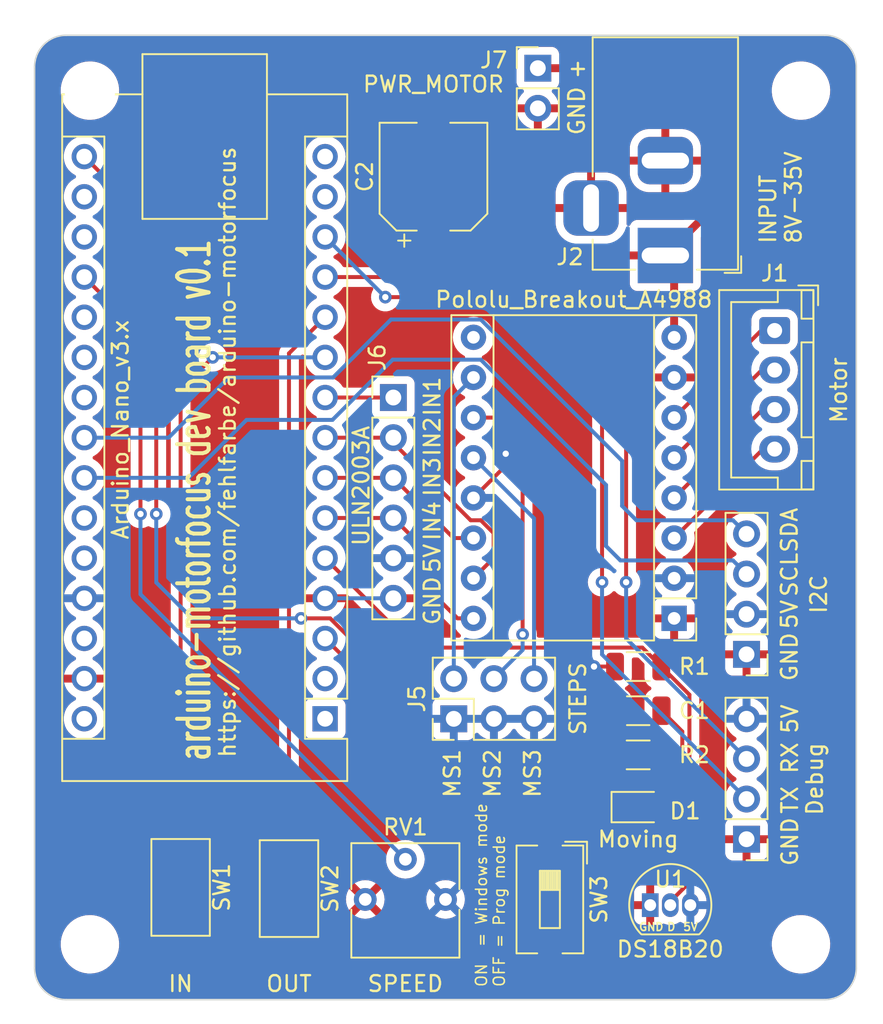
<source format=kicad_pcb>
(kicad_pcb (version 20221018) (generator pcbnew)
  (layers (0 "F.Cu" signal) (31 "B.Cu" signal) (34 "B.Paste" user) (35 "F.Paste" user) (36 "B.SilkS" user "B.Silkscreen") (37 "F.SilkS" user "F.Silkscreen") (38 "B.Mask" user) (39 "F.Mask" user) (44 "Edge.Cuts" user))
  (net 0 "")
  (net 3 "/RST")
  (net 4 "GND")
  (net 5 "/TEMP")
  (net 6 "/DRV_DIR")
  (net 7 "/DRV_SLEEP")
  (net 8 "/DRV_STEP")
  (net 9 "/BTN_IN")
  (net 10 "/BTN_OUT")
  (net 11 "/DBG_RX")
  (net 12 "/DBG_TX")
  (net 15 "/LED")
  (net 18 "/BTN_POTI_SPEED")
  (net 22 "/SDA")
  (net 23 "/SCL")
  (net 26 "+5V")
  (net 28 "Net-(A2-1B)")
  (net 29 "Net-(A2-1A)")
  (net 30 "Net-(A2-2A)")
  (net 31 "Net-(A2-2B)")
  (net 32 "+12V")
  (net 34 "Net-(A2-MS1)")
  (net 35 "Net-(A2-MS2)")
  (net 36 "Net-(A2-MS3)")
  (net 37 "Net-(C1-Pad1)")
  (net 38 "Net-(D1-A)")
  (net 40 "/ULN1")
  (footprint "Module:Pololu_Breakout-16_15.2x20.3mm" (layer "F.Cu") (at 173.472 87.884 180)
    (fp_text reference "A2" hide)
    (fp_text value "Pololu_Breakout_A4988" (at 6.35 20.17) (layer "F.SilkS"))
    (fp_line (start -1.4 -1.4) (end -1.4 0) (stroke (width 0.12)) (layer "F.SilkS"))
    (fp_line (start -1.4 1.27) (end -1.4 19.18) (stroke (width 0.12)) (layer "F.SilkS"))
    (fp_line (start -1.4 19.18) (end 14.1 19.18) (stroke (width 0.12)) (layer "F.SilkS"))
    (fp_line (start 0 -1.4) (end -1.4 -1.4) (stroke (width 0.12)) (layer "F.SilkS"))
    (fp_line (start 1.27 -1.4) (end 1.27 1.27) (stroke (width 0.12)) (layer "F.SilkS"))
    (fp_line (start 1.27 1.27) (end -1.4 1.27) (stroke (width 0.12)) (layer "F.SilkS"))
    (fp_line (start 1.27 1.27) (end 1.27 19.18) (stroke (width 0.12)) (layer "F.SilkS"))
    (fp_line (start 11.43 -1.4) (end 11.43 19.18) (stroke (width 0.12)) (layer "F.SilkS"))
    (fp_line (start 14.1 -1.4) (end 1.27 -1.4) (stroke (width 0.12)) (layer "F.SilkS"))
    (fp_line (start 14.1 19.18) (end 14.1 -1.4) (stroke (width 0.12)) (layer "F.SilkS"))
    (pad "1" thru_hole rect (at 0 0 180) (size 1.6 1.6) (drill 0.8) (layers "*.Cu" "*.Mask") (net 4 "GND"))
    (pad "2" thru_hole oval (at 0 2.54 180) (size 1.6 1.6) (drill 0.8) (layers "*.Cu" "*.Mask") (net 26 "+5V"))
    (pad "3" thru_hole oval (at 0 5.08 180) (size 1.6 1.6) (drill 0.8) (layers "*.Cu" "*.Mask") (net 28 "Net-(A2-1B)"))
    (pad "4" thru_hole oval (at 0 7.62 180) (size 1.6 1.6) (drill 0.8) (layers "*.Cu" "*.Mask") (net 29 "Net-(A2-1A)"))
    (pad "5" thru_hole oval (at 0 10.16 180) (size 1.6 1.6) (drill 0.8) (layers "*.Cu" "*.Mask") (net 30 "Net-(A2-2A)"))
    (pad "6" thru_hole oval (at 0 12.7 180) (size 1.6 1.6) (drill 0.8) (layers "*.Cu" "*.Mask") (net 31 "Net-(A2-2B)"))
    (pad "7" thru_hole oval (at 0 15.24 180) (size 1.6 1.6) (drill 0.8) (layers "*.Cu" "*.Mask") (net 4 "GND"))
    (pad "8" thru_hole oval (at 0 17.78 180) (size 1.6 1.6) (drill 0.8) (layers "*.Cu" "*.Mask") (net 32 "+12V"))
    (pad "9" thru_hole oval (at 12.7 17.78 180) (size 1.6 1.6) (drill 0.8) (layers "*.Cu" "*.Mask"))
    (pad "10" thru_hole oval (at 12.7 15.24 180) (size 1.6 1.6) (drill 0.8) (layers "*.Cu" "*.Mask") (net 34 "Net-(A2-MS1)"))
    (pad "11" thru_hole oval (at 12.7 12.7 180) (size 1.6 1.6) (drill 0.8) (layers "*.Cu" "*.Mask") (net 35 "Net-(A2-MS2)"))
    (pad "12" thru_hole oval (at 12.7 10.16 180) (size 1.6 1.6) (drill 0.8) (layers "*.Cu" "*.Mask") (net 36 "Net-(A2-MS3)"))
    (pad "13" thru_hole oval (at 12.7 7.62 180) (size 1.6 1.6) (drill 0.8) (layers "*.Cu" "*.Mask") (net 26 "+5V"))
    (pad "14" thru_hole oval (at 12.7 5.08 180) (size 1.6 1.6) (drill 0.8) (layers "*.Cu" "*.Mask") (net 7 "/DRV_SLEEP"))
    (pad "15" thru_hole oval (at 12.7 2.54 180) (size 1.6 1.6) (drill 0.8) (layers "*.Cu" "*.Mask") (net 8 "/DRV_STEP"))
    (pad "16" thru_hole oval (at 12.7 0 180) (size 1.6 1.6) (drill 0.8) (layers "*.Cu" "*.Mask") (net 6 "/DRV_DIR"))
  )
  (footprint "Connector_PinHeader_2.54mm:PinHeader_1x02_P2.54mm_Vertical" (layer "F.Cu") (at 164.846 53.081)
    (fp_text reference "J7" (at -2.794 -0.508) (layer "F.SilkS"))
    (fp_text value "PWR_MOTOR" (at -6.604 1.016) (layer "F.SilkS"))
    (fp_line (start -1.33 -1.33) (end 0 -1.33) (stroke (width 0.12)) (layer "F.SilkS"))
    (fp_line (start -1.33 0) (end -1.33 -1.33) (stroke (width 0.12)) (layer "F.SilkS"))
    (fp_line (start -1.33 1.27) (end -1.33 3.87) (stroke (width 0.12)) (layer "F.SilkS"))
    (fp_line (start -1.33 1.27) (end 1.33 1.27) (stroke (width 0.12)) (layer "F.SilkS"))
    (fp_line (start -1.33 3.87) (end 1.33 3.87) (stroke (width 0.12)) (layer "F.SilkS"))
    (fp_line (start 1.33 1.27) (end 1.33 3.87) (stroke (width 0.12)) (layer "F.SilkS"))
    (pad "1" thru_hole rect (at 0 0) (size 1.7 1.7) (drill 1) (layers "*.Cu" "*.Mask") (net 32 "+12V"))
    (pad "2" thru_hole oval (at 0 2.54) (size 1.7 1.7) (drill 1) (layers "*.Cu" "*.Mask") (net 4 "GND"))
  )
  (footprint "Resistor_SMD:R_1206_3216Metric" (layer "F.Cu") (at 171.196 96.52 180)
    (fp_text reference "R2" (at -3.556 0) (layer "F.SilkS"))
    (fp_text value "680")
    (fp_line (start -0.727064 -0.91) (end 0.727064 -0.91) (stroke (width 0.12)) (layer "F.SilkS"))
    (fp_line (start -0.727064 0.91) (end 0.727064 0.91) (stroke (width 0.12)) (layer "F.SilkS"))
    (pad "1" smd roundrect (at -1.4625 0 180) (size 1.125 1.75) (layers "F.Cu" "F.Paste" "F.Mask") (roundrect_rratio 0.2222222222) (net 38 "Net-(D1-A)"))
    (pad "2" smd roundrect (at 1.4625 0 180) (size 1.125 1.75) (layers "F.Cu" "F.Paste" "F.Mask") (roundrect_rratio 0.2222222222) (net 15 "/LED"))
  )
  (footprint "Capacitor_SMD:CP_Elec_6.3x5.9" (layer "F.Cu") (at 158.242 59.944 90)
    (fp_text reference "C2" (at 0 -4.35 90) (layer "F.SilkS"))
    (fp_text value "100uF")
    (fp_line (start -4.4375 -1.8475) (end -3.65 -1.8475) (stroke (width 0.12)) (layer "F.SilkS"))
    (fp_line (start -4.04375 -2.24125) (end -4.04375 -1.45375) (stroke (width 0.12)) (layer "F.SilkS"))
    (fp_line (start -3.41 -2.345563) (end -3.41 -1.06) (stroke (width 0.12)) (layer "F.SilkS"))
    (fp_line (start -3.41 -2.345563) (end -2.345563 -3.41) (stroke (width 0.12)) (layer "F.SilkS"))
    (fp_line (start -3.41 2.345563) (end -3.41 1.06) (stroke (width 0.12)) (layer "F.SilkS"))
    (fp_line (start -3.41 2.345563) (end -2.345563 3.41) (stroke (width 0.12)) (layer "F.SilkS"))
    (fp_line (start -2.345563 -3.41) (end 3.41 -3.41) (stroke (width 0.12)) (layer "F.SilkS"))
    (fp_line (start -2.345563 3.41) (end 3.41 3.41) (stroke (width 0.12)) (layer "F.SilkS"))
    (fp_line (start 3.41 -3.41) (end 3.41 -1.06) (stroke (width 0.12)) (layer "F.SilkS"))
    (fp_line (start 3.41 3.41) (end 3.41 1.06) (stroke (width 0.12)) (layer "F.SilkS"))
    (pad "1" smd roundrect (at -2.8 0 90) (size 3.5 1.6) (layers "F.Cu" "F.Paste" "F.Mask") (roundrect_rratio 0.15625) (net 32 "+12V"))
    (pad "2" smd roundrect (at 2.8 0 90) (size 3.5 1.6) (layers "F.Cu" "F.Paste" "F.Mask") (roundrect_rratio 0.15625) (net 4 "GND"))
  )
  (footprint "Module:Arduino_Nano" (layer "F.Cu") (at 151.384 94.234 180)
    (fp_text reference "A1")
    (fp_text value "Arduino_Nano_v3.x" (at 12.954 18.288 90) (layer "F.SilkS"))
    (fp_line (start -1.4 -3.94) (end -1.4 -1.27) (stroke (width 0.12)) (layer "F.SilkS"))
    (fp_line (start -1.4 1.27) (end -1.4 39.5) (stroke (width 0.12)) (layer "F.SilkS"))
    (fp_line (start -1.4 39.5) (end 3.68 39.5) (stroke (width 0.12)) (layer "F.SilkS"))
    (fp_line (start 1.27 -1.27) (end -1.4 -1.27) (stroke (width 0.12)) (layer "F.SilkS"))
    (fp_line (start 1.27 1.27) (end -1.4 1.27) (stroke (width 0.12)) (layer "F.SilkS"))
    (fp_line (start 1.27 1.27) (end 1.27 -1.27) (stroke (width 0.12)) (layer "F.SilkS"))
    (fp_line (start 1.27 1.27) (end 1.27 36.83) (stroke (width 0.12)) (layer "F.SilkS"))
    (fp_line (start 1.27 36.83) (end -1.4 36.83) (stroke (width 0.12)) (layer "F.SilkS"))
    (fp_line (start 3.68 31.62) (end 11.56 31.62) (stroke (width 0.12)) (layer "F.SilkS"))
    (fp_line (start 3.68 42.04) (end 3.68 31.62) (stroke (width 0.12)) (layer "F.SilkS"))
    (fp_line (start 11.56 31.62) (end 11.56 42.04) (stroke (width 0.12)) (layer "F.SilkS"))
    (fp_line (start 11.56 42.04) (end 3.68 42.04) (stroke (width 0.12)) (layer "F.SilkS"))
    (fp_line (start 13.97 -1.27) (end 13.97 36.83) (stroke (width 0.12)) (layer "F.SilkS"))
    (fp_line (start 13.97 -1.27) (end 16.64 -1.27) (stroke (width 0.12)) (layer "F.SilkS"))
    (fp_line (start 13.97 36.83) (end 16.64 36.83) (stroke (width 0.12)) (layer "F.SilkS"))
    (fp_line (start 16.64 -3.94) (end -1.4 -3.94) (stroke (width 0.12)) (layer "F.SilkS"))
    (fp_line (start 16.64 39.5) (end 11.56 39.5) (stroke (width 0.12)) (layer "F.SilkS"))
    (fp_line (start 16.64 39.5) (end 16.64 -3.94) (stroke (width 0.12)) (layer "F.SilkS"))
    (pad "1" thru_hole rect (at 0 0 180) (size 1.6 1.6) (drill 1) (layers "*.Cu" "*.Mask"))
    (pad "2" thru_hole oval (at 0 2.54 180) (size 1.6 1.6) (drill 1) (layers "*.Cu" "*.Mask"))
    (pad "3" thru_hole oval (at 0 5.08 180) (size 1.6 1.6) (drill 1) (layers "*.Cu" "*.Mask") (net 3 "/RST"))
    (pad "4" thru_hole oval (at 0 7.62 180) (size 1.6 1.6) (drill 1) (layers "*.Cu" "*.Mask") (net 4 "GND"))
    (pad "5" thru_hole oval (at 0 10.16 180) (size 1.6 1.6) (drill 1) (layers "*.Cu" "*.Mask") (net 5 "/TEMP"))
    (pad "6" thru_hole oval (at 0 12.7 180) (size 1.6 1.6) (drill 1) (layers "*.Cu" "*.Mask") (net 6 "/DRV_DIR"))
    (pad "7" thru_hole oval (at 0 15.24 180) (size 1.6 1.6) (drill 1) (layers "*.Cu" "*.Mask") (net 7 "/DRV_SLEEP"))
    (pad "8" thru_hole oval (at 0 17.78 180) (size 1.6 1.6) (drill 1) (layers "*.Cu" "*.Mask") (net 8 "/DRV_STEP"))
    (pad "9" thru_hole oval (at 0 20.32 180) (size 1.6 1.6) (drill 1) (layers "*.Cu" "*.Mask") (net 40 "/ULN1"))
    (pad "10" thru_hole oval (at 0 22.86 180) (size 1.6 1.6) (drill 1) (layers "*.Cu" "*.Mask") (net 9 "/BTN_IN"))
    (pad "11" thru_hole oval (at 0 25.4 180) (size 1.6 1.6) (drill 1) (layers "*.Cu" "*.Mask") (net 10 "/BTN_OUT"))
    (pad "12" thru_hole oval (at 0 27.94 180) (size 1.6 1.6) (drill 1) (layers "*.Cu" "*.Mask") (net 11 "/DBG_RX"))
    (pad "13" thru_hole oval (at 0 30.48 180) (size 1.6 1.6) (drill 1) (layers "*.Cu" "*.Mask") (net 12 "/DBG_TX"))
    (pad "14" thru_hole oval (at 0 33.02 180) (size 1.6 1.6) (drill 1) (layers "*.Cu" "*.Mask"))
    (pad "15" thru_hole oval (at 0 35.56 180) (size 1.6 1.6) (drill 1) (layers "*.Cu" "*.Mask"))
    (pad "16" thru_hole oval (at 15.24 35.56 180) (size 1.6 1.6) (drill 1) (layers "*.Cu" "*.Mask") (net 15 "/LED"))
    (pad "17" thru_hole oval (at 15.24 33.02 180) (size 1.6 1.6) (drill 1) (layers "*.Cu" "*.Mask"))
    (pad "18" thru_hole oval (at 15.24 30.48 180) (size 1.6 1.6) (drill 1) (layers "*.Cu" "*.Mask"))
    (pad "19" thru_hole oval (at 15.24 27.94 180) (size 1.6 1.6) (drill 1) (layers "*.Cu" "*.Mask") (net 18 "/BTN_POTI_SPEED"))
    (pad "20" thru_hole oval (at 15.24 25.4 180) (size 1.6 1.6) (drill 1) (layers "*.Cu" "*.Mask"))
    (pad "21" thru_hole oval (at 15.24 22.86 180) (size 1.6 1.6) (drill 1) (layers "*.Cu" "*.Mask"))
    (pad "22" thru_hole oval (at 15.24 20.32 180) (size 1.6 1.6) (drill 1) (layers "*.Cu" "*.Mask"))
    (pad "23" thru_hole oval (at 15.24 17.78 180) (size 1.6 1.6) (drill 1) (layers "*.Cu" "*.Mask") (net 22 "/SDA"))
    (pad "24" thru_hole oval (at 15.24 15.24 180) (size 1.6 1.6) (drill 1) (layers "*.Cu" "*.Mask") (net 23 "/SCL"))
    (pad "25" thru_hole oval (at 15.24 12.7 180) (size 1.6 1.6) (drill 1) (layers "*.Cu" "*.Mask"))
    (pad "26" thru_hole oval (at 15.24 10.16 180) (size 1.6 1.6) (drill 1) (layers "*.Cu" "*.Mask"))
    (pad "27" thru_hole oval (at 15.24 7.62 180) (size 1.6 1.6) (drill 1) (layers "*.Cu" "*.Mask") (net 26 "+5V"))
    (pad "28" thru_hole oval (at 15.24 5.08 180) (size 1.6 1.6) (drill 1) (layers "*.Cu" "*.Mask"))
    (pad "29" thru_hole oval (at 15.24 2.54 180) (size 1.6 1.6) (drill 1) (layers "*.Cu" "*.Mask") (net 4 "GND"))
    (pad "30" thru_hole oval (at 15.24 0 180) (size 1.6 1.6) (drill 1) (layers "*.Cu" "*.Mask"))
  )
  (footprint "Button_Switch_SMD:SW_DIP_SPSTx01_Slide_6.7x4.1mm_W6.73mm_P2.54mm_LowProfile_JPin" (layer "F.Cu") (at 165.608 105.664 -90)
    (fp_text reference "SW3" (at 0 -3.11 90) (layer "F.SilkS"))
    (fp_text value "WIN")
    (fp_line (start -3.65 -2.35) (end -3.65 -0.967) (stroke (width 0.12)) (layer "F.SilkS"))
    (fp_line (start -3.65 -2.35) (end -2.267 -2.35) (stroke (width 0.12)) (layer "F.SilkS"))
    (fp_line (start -3.41 -2.11) (end -3.41 -0.8) (stroke (width 0.12)) (layer "F.SilkS"))
    (fp_line (start -3.41 -2.11) (end 3.41 -2.11) (stroke (width 0.12)) (layer "F.SilkS"))
    (fp_line (start -3.41 0.8) (end -3.41 2.11) (stroke (width 0.12)) (layer "F.SilkS"))
    (fp_line (start -3.41 2.11) (end 3.41 2.11) (stroke (width 0.12)) (layer "F.SilkS"))
    (fp_line (start -1.81 -0.635) (end -1.81 0.635) (stroke (width 0.12)) (layer "F.SilkS"))
    (fp_line (start -1.81 -0.515) (end -0.603333 -0.515) (stroke (width 0.12)) (layer "F.SilkS"))
    (fp_line (start -1.81 -0.395) (end -0.603333 -0.395) (stroke (width 0.12)) (layer "F.SilkS"))
    (fp_line (start -1.81 -0.275) (end -0.603333 -0.275) (stroke (width 0.12)) (layer "F.SilkS"))
    (fp_line (start -1.81 -0.155) (end -0.603333 -0.155) (stroke (width 0.12)) (layer "F.SilkS"))
    (fp_line (start -1.81 -0.035) (end -0.603333 -0.035) (stroke (width 0.12)) (layer "F.SilkS"))
    (fp_line (start -1.81 0.085) (end -0.603333 0.085) (stroke (width 0.12)) (layer "F.SilkS"))
    (fp_line (start -1.81 0.205) (end -0.603333 0.205) (stroke (width 0.12)) (layer "F.SilkS"))
    (fp_line (start -1.81 0.325) (end -0.603333 0.325) (stroke (width 0.12)) (layer "F.SilkS"))
    (fp_line (start -1.81 0.445) (end -0.603333 0.445) (stroke (width 0.12)) (layer "F.SilkS"))
    (fp_line (start -1.81 0.565) (end -0.603333 0.565) (stroke (width 0.12)) (layer "F.SilkS"))
    (fp_line (start -1.81 0.635) (end 1.81 0.635) (stroke (width 0.12)) (layer "F.SilkS"))
    (fp_line (start -0.603333 -0.635) (end -0.603333 0.635) (stroke (width 0.12)) (layer "F.SilkS"))
    (fp_line (start 1.81 -0.635) (end -1.81 -0.635) (stroke (width 0.12)) (layer "F.SilkS"))
    (fp_line (start 1.81 0.635) (end 1.81 -0.635) (stroke (width 0.12)) (layer "F.SilkS"))
    (fp_line (start 3.41 -2.11) (end 3.41 -0.8) (stroke (width 0.12)) (layer "F.SilkS"))
    (fp_line (start 3.41 0.8) (end 3.41 2.11) (stroke (width 0.12)) (layer "F.SilkS"))
    (pad "1" smd rect (at -3.365 0 270) (size 2.16 1.12) (layers "F.Cu" "F.Paste" "F.Mask") (net 3 "/RST"))
    (pad "2" smd rect (at 3.365 0 270) (size 2.16 1.12) (layers "F.Cu" "F.Paste" "F.Mask") (net 37 "Net-(C1-Pad1)"))
  )
  (footprint "Package_TO_SOT_THT:TO-92_Inline" (layer "F.Cu") (at 171.958 106.024)
    (fp_text reference "U1" (at 1.27 -1.63) (layer "F.SilkS"))
    (fp_text value "DS18B20" (at 1.27 2.79) (layer "F.SilkS"))
    (fp_line (start -0.53 1.85) (end 3.07 1.85) (stroke (width 0.12)) (layer "F.SilkS"))
    (fp_arc (start -0.568478 1.838478) (mid -1.132087 -0.994977) (end 1.27 -2.6) (stroke (width 0.12)) (layer "F.SilkS"))
    (fp_arc (start 1.27 -2.6) (mid 3.672087 -0.994977) (end 3.108478 1.838478) (stroke (width 0.12)) (layer "F.SilkS"))
    (pad "1" thru_hole rect (at 0 0) (size 1.05 1.5) (drill 0.75) (layers "*.Cu" "*.Mask") (net 4 "GND"))
    (pad "2" thru_hole oval (at 1.27 0) (size 1.05 1.5) (drill 0.75) (layers "*.Cu" "*.Mask") (net 5 "/TEMP"))
    (pad "3" thru_hole oval (at 2.54 0) (size 1.05 1.5) (drill 0.75) (layers "*.Cu" "*.Mask") (net 26 "+5V"))
  )
  (footprint "MountingHole:MountingHole_3.2mm_M3" (layer "F.Cu") (at 181.5 54.5)
    (fp_text reference "H1" hide)
    (fp_text value "MountingHole")
    (pad "" np_thru_hole circle (at 0 0) (size 3.2 3.2) (drill 3.2) (layers "*.Cu" "*.Mask"))
  )
  (footprint "Capacitor_SMD:C_1206_3216Metric" (layer "F.Cu") (at 171.196 93.726 180)
    (fp_text reference "C1" (at -3.556 0) (layer "F.SilkS"))
    (fp_text value "10uF")
    (fp_line (start -0.711252 -0.91) (end 0.711252 -0.91) (stroke (width 0.12)) (layer "F.SilkS"))
    (fp_line (start -0.711252 0.91) (end 0.711252 0.91) (stroke (width 0.12)) (layer "F.SilkS"))
    (pad "1" smd roundrect (at -1.475 0 180) (size 1.15 1.8) (layers "F.Cu" "F.Paste" "F.Mask") (roundrect_rratio 0.2173913043) (net 37 "Net-(C1-Pad1)"))
    (pad "2" smd roundrect (at 1.475 0 180) (size 1.15 1.8) (layers "F.Cu" "F.Paste" "F.Mask") (roundrect_rratio 0.2173913043) (net 4 "GND"))
  )
  (footprint "Connector_BarrelJack:BarrelJack_Horizontal" (layer "F.Cu") (at 172.9155 64.928 -90)
    (fp_text reference "J2" (at 0.096 6.0375 -180) (layer "F.SilkS"))
    (fp_text value "PWR_MOTOR")
    (fp_line (start -13.8 -4.6) (end 0.9 -4.6) (stroke (width 0.12)) (layer "F.SilkS"))
    (fp_line (start -13.8 4.6) (end -13.8 -4.6) (stroke (width 0.12)) (layer "F.SilkS"))
    (fp_line (start -5 4.6) (end -13.8 4.6) (stroke (width 0.12)) (layer "F.SilkS"))
    (fp_line (start 0.05 -4.8) (end 1.1 -4.8) (stroke (width 0.12)) (layer "F.SilkS"))
    (fp_line (start 0.9 -4.6) (end 0.9 -2) (stroke (width 0.12)) (layer "F.SilkS"))
    (fp_line (start 0.9 1.9) (end 0.9 4.6) (stroke (width 0.12)) (layer "F.SilkS"))
    (fp_line (start 0.9 4.6) (end -1 4.6) (stroke (width 0.12)) (layer "F.SilkS"))
    (fp_line (start 1.1 -3.75) (end 1.1 -4.8) (stroke (width 0.12)) (layer "F.SilkS"))
    (pad "1" thru_hole rect (at 0 0 270) (size 3.5 3.5) (drill oval 1 3) (layers "*.Cu" "*.Mask") (net 32 "+12V"))
    (pad "2" thru_hole roundrect (at -6 0 270) (size 3 3.5) (drill oval 1 3) (layers "*.Cu" "*.Mask") (net 4 "GND"))
    (pad "3" thru_hole roundrect (at -3 4.7 270) (size 3.5 3.5) (drill oval 3 1) (layers "*.Cu" "*.Mask") (net 4 "GND"))
  )
  (footprint "MountingHole:MountingHole_3.2mm_M3" (layer "F.Cu") (at 136.5 108.5)
    (fp_text reference "H3" hide)
    (fp_text value "MountingHole")
    (pad "" np_thru_hole circle (at 0 0) (size 3.2 3.2) (drill 3.2) (layers "*.Cu" "*.Mask"))
  )
  (footprint "Connector_JST:JST_XH_B4B-XH-A_1x04_P2.50mm_Vertical" (layer "F.Cu") (at 179.832 69.676 -90)
    (fp_text reference "J1" (at -3.616 0 -180) (layer "F.SilkS"))
    (fp_text value "Motor" (at 3.77 -4.064 90) (layer "F.SilkS"))
    (fp_line (start -2.85 -2.75) (end -2.85 -1.5) (stroke (width 0.12)) (layer "F.SilkS"))
    (fp_line (start -2.56 -2.46) (end -2.56 3.51) (stroke (width 0.12)) (layer "F.SilkS"))
    (fp_line (start -2.56 3.51) (end 10.06 3.51) (stroke (width 0.12)) (layer "F.SilkS"))
    (fp_line (start -2.55 -2.45) (end -2.55 -1.7) (stroke (width 0.12)) (layer "F.SilkS"))
    (fp_line (start -2.55 -1.7) (end -0.75 -1.7) (stroke (width 0.12)) (layer "F.SilkS"))
    (fp_line (start -2.55 -0.2) (end -1.8 -0.2) (stroke (width 0.12)) (layer "F.SilkS"))
    (fp_line (start -1.8 -0.2) (end -1.8 2.75) (stroke (width 0.12)) (layer "F.SilkS"))
    (fp_line (start -1.8 2.75) (end 3.75 2.75) (stroke (width 0.12)) (layer "F.SilkS"))
    (fp_line (start -1.6 -2.75) (end -2.85 -2.75) (stroke (width 0.12)) (layer "F.SilkS"))
    (fp_line (start -0.75 -2.45) (end -2.55 -2.45) (stroke (width 0.12)) (layer "F.SilkS"))
    (fp_line (start -0.75 -1.7) (end -0.75 -2.45) (stroke (width 0.12)) (layer "F.SilkS"))
    (fp_line (start 0.75 -2.45) (end 0.75 -1.7) (stroke (width 0.12)) (layer "F.SilkS"))
    (fp_line (start 0.75 -1.7) (end 6.75 -1.7) (stroke (width 0.12)) (layer "F.SilkS"))
    (fp_line (start 6.75 -2.45) (end 0.75 -2.45) (stroke (width 0.12)) (layer "F.SilkS"))
    (fp_line (start 6.75 -1.7) (end 6.75 -2.45) (stroke (width 0.12)) (layer "F.SilkS"))
    (fp_line (start 8.25 -2.45) (end 8.25 -1.7) (stroke (width 0.12)) (layer "F.SilkS"))
    (fp_line (start 8.25 -1.7) (end 10.05 -1.7) (stroke (width 0.12)) (layer "F.SilkS"))
    (fp_line (start 9.3 -0.2) (end 9.3 2.75) (stroke (width 0.12)) (layer "F.SilkS"))
    (fp_line (start 9.3 2.75) (end 3.75 2.75) (stroke (width 0.12)) (layer "F.SilkS"))
    (fp_line (start 10.05 -2.45) (end 8.25 -2.45) (stroke (width 0.12)) (layer "F.SilkS"))
    (fp_line (start 10.05 -1.7) (end 10.05 -2.45) (stroke (width 0.12)) (layer "F.SilkS"))
    (fp_line (start 10.05 -0.2) (end 9.3 -0.2) (stroke (width 0.12)) (layer "F.SilkS"))
    (fp_line (start 10.06 -2.46) (end -2.56 -2.46) (stroke (width 0.12)) (layer "F.SilkS"))
    (fp_line (start 10.06 3.51) (end 10.06 -2.46) (stroke (width 0.12)) (layer "F.SilkS"))
    (pad "1" thru_hole roundrect (at 0 0 270) (size 1.7 1.95) (drill 0.95) (layers "*.Cu" "*.Mask") (roundrect_rratio 0.1470588235) (net 31 "Net-(A2-2B)"))
    (pad "2" thru_hole oval (at 2.5 0 270) (size 1.7 1.95) (drill 0.95) (layers "*.Cu" "*.Mask") (net 30 "Net-(A2-2A)"))
    (pad "3" thru_hole oval (at 5 0 270) (size 1.7 1.95) (drill 0.95) (layers "*.Cu" "*.Mask") (net 29 "Net-(A2-1A)"))
    (pad "4" thru_hole oval (at 7.5 0 270) (size 1.7 1.95) (drill 0.95) (layers "*.Cu" "*.Mask") (net 28 "Net-(A2-1B)"))
  )
  (footprint "MountingHole:MountingHole_3.2mm_M3" (layer "F.Cu") (at 136.5 54.5)
    (fp_text reference "H2" hide)
    (fp_text value "MountingHole")
    (pad "" np_thru_hole circle (at 0 0) (size 3.2 3.2) (drill 3.2) (layers "*.Cu" "*.Mask"))
  )
  (footprint "LED_SMD:LED_0805_2012Metric" (layer "F.Cu") (at 171.196 99.822)
    (fp_text reference "D1" (at 2.9695 0.254) (layer "F.SilkS"))
    (fp_text value "Moving" (at 0 2.032) (layer "F.SilkS"))
    (fp_line (start -1.685 -0.96) (end -1.685 0.96) (stroke (width 0.12)) (layer "F.SilkS"))
    (fp_line (start -1.685 0.96) (end 1 0.96) (stroke (width 0.12)) (layer "F.SilkS"))
    (fp_line (start 1 -0.96) (end -1.685 -0.96) (stroke (width 0.12)) (layer "F.SilkS"))
    (pad "1" smd roundrect (at -0.9375 0) (size 0.975 1.4) (layers "F.Cu" "F.Paste" "F.Mask") (net 4 "GND"))
    (pad "2" smd roundrect (at 0.9375 0) (size 0.975 1.4) (layers "F.Cu" "F.Paste" "F.Mask") (net 38 "Net-(D1-A)"))
  )
  (footprint "Connector_PinHeader_2.54mm:PinHeader_2x03_P2.54mm_Vertical" (layer "F.Cu") (at 159.527 94.239 90)
    (fp_text reference "J5" (at 1.27 -2.33 90) (layer "F.SilkS"))
    (fp_text value "STEPS" (at 1.275 7.859 90) (layer "F.SilkS"))
    (fp_line (start -1.33 -1.33) (end 0 -1.33) (stroke (width 0.12)) (layer "F.SilkS"))
    (fp_line (start -1.33 0) (end -1.33 -1.33) (stroke (width 0.12)) (layer "F.SilkS"))
    (fp_line (start -1.33 1.27) (end -1.33 6.41) (stroke (width 0.12)) (layer "F.SilkS"))
    (fp_line (start -1.33 1.27) (end 1.27 1.27) (stroke (width 0.12)) (layer "F.SilkS"))
    (fp_line (start -1.33 6.41) (end 3.87 6.41) (stroke (width 0.12)) (layer "F.SilkS"))
    (fp_line (start 1.27 -1.33) (end 3.87 -1.33) (stroke (width 0.12)) (layer "F.SilkS"))
    (fp_line (start 1.27 1.27) (end 1.27 -1.33) (stroke (width 0.12)) (layer "F.SilkS"))
    (fp_line (start 3.87 -1.33) (end 3.87 6.41) (stroke (width 0.12)) (layer "F.SilkS"))
    (pad "1" thru_hole rect (at 0 0 90) (size 1.7 1.7) (drill 1) (layers "*.Cu" "*.Mask") (net 26 "+5V"))
    (pad "2" thru_hole oval (at 2.54 0 90) (size 1.7 1.7) (drill 1) (layers "*.Cu" "*.Mask") (net 34 "Net-(A2-MS1)"))
    (pad "3" thru_hole oval (at 0 2.54 90) (size 1.7 1.7) (drill 1) (layers "*.Cu" "*.Mask") (net 26 "+5V"))
    (pad "4" thru_hole oval (at 2.54 2.54 90) (size 1.7 1.7) (drill 1) (layers "*.Cu" "*.Mask") (net 35 "Net-(A2-MS2)"))
    (pad "5" thru_hole oval (at 0 5.08 90) (size 1.7 1.7) (drill 1) (layers "*.Cu" "*.Mask") (net 26 "+5V"))
    (pad "6" thru_hole oval (at 2.54 5.08 90) (size 1.7 1.7) (drill 1) (layers "*.Cu" "*.Mask") (net 36 "Net-(A2-MS3)"))
  )
  (footprint "Connector_PinHeader_2.54mm:PinHeader_1x04_P2.54mm_Vertical" (layer "F.Cu") (at 178.054 90.16 180)
    (fp_text reference "J4" hide)
    (fp_text value "I2C" (at -4.572 3.8 90) (layer "F.SilkS"))
    (fp_line (start -1.33 -1.33) (end 0 -1.33) (stroke (width 0.12)) (layer "F.SilkS"))
    (fp_line (start -1.33 0) (end -1.33 -1.33) (stroke (width 0.12)) (layer "F.SilkS"))
    (fp_line (start -1.33 1.27) (end -1.33 8.95) (stroke (width 0.12)) (layer "F.SilkS"))
    (fp_line (start -1.33 1.27) (end 1.33 1.27) (stroke (width 0.12)) (layer "F.SilkS"))
    (fp_line (start -1.33 8.95) (end 1.33 8.95) (stroke (width 0.12)) (layer "F.SilkS"))
    (fp_line (start 1.33 1.27) (end 1.33 8.95) (stroke (width 0.12)) (layer "F.SilkS"))
    (pad "1" thru_hole rect (at 0 0 180) (size 1.7 1.7) (drill 1) (layers "*.Cu" "*.Mask") (net 4 "GND"))
    (pad "2" thru_hole oval (at 0 2.54 180) (size 1.7 1.7) (drill 1) (layers "*.Cu" "*.Mask") (net 26 "+5V"))
    (pad "3" thru_hole oval (at 0 5.08 180) (size 1.7 1.7) (drill 1) (layers "*.Cu" "*.Mask") (net 23 "/SCL"))
    (pad "4" thru_hole oval (at 0 7.62 180) (size 1.7 1.7) (drill 1) (layers "*.Cu" "*.Mask") (net 22 "/SDA"))
  )
  (footprint "Connector_PinHeader_2.54mm:PinHeader_1x04_P2.54mm_Vertical" (layer "F.Cu") (at 178.054 101.854 180)
    (fp_text reference "J3" hide)
    (fp_text value "Debug" (at -4.318 3.81 90) (layer "F.SilkS"))
    (fp_line (start -1.33 -1.33) (end 0 -1.33) (stroke (width 0.12)) (layer "F.SilkS"))
    (fp_line (start -1.33 0) (end -1.33 -1.33) (stroke (width 0.12)) (layer "F.SilkS"))
    (fp_line (start -1.33 1.27) (end -1.33 8.95) (stroke (width 0.12)) (layer "F.SilkS"))
    (fp_line (start -1.33 1.27) (end 1.33 1.27) (stroke (width 0.12)) (layer "F.SilkS"))
    (fp_line (start -1.33 8.95) (end 1.33 8.95) (stroke (width 0.12)) (layer "F.SilkS"))
    (fp_line (start 1.33 1.27) (end 1.33 8.95) (stroke (width 0.12)) (layer "F.SilkS"))
    (pad "1" thru_hole rect (at 0 0 180) (size 1.7 1.7) (drill 1) (layers "*.Cu" "*.Mask") (net 4 "GND"))
    (pad "2" thru_hole oval (at 0 2.54 180) (size 1.7 1.7) (drill 1) (layers "*.Cu" "*.Mask") (net 12 "/DBG_TX"))
    (pad "3" thru_hole oval (at 0 5.08 180) (size 1.7 1.7) (drill 1) (layers "*.Cu" "*.Mask") (net 11 "/DBG_RX"))
    (pad "4" thru_hole oval (at 0 7.62 180) (size 1.7 1.7) (drill 1) (layers "*.Cu" "*.Mask") (net 26 "+5V"))
  )
  (footprint "Button_Switch_SMD:SW_SPST_CK_RS282G05A3" (layer "F.Cu") (at 142.24 104.902 -90)
    (fp_text reference "SW1" (at 0 -2.6 90) (layer "F.SilkS"))
    (fp_text value "IN" (at 6.096 0 180) (layer "F.SilkS"))
    (fp_line (start -3.06 -1.85) (end 3.06 -1.85) (stroke (width 0.12)) (layer "F.SilkS"))
    (fp_line (start -3.06 1.85) (end -3.06 -1.85) (stroke (width 0.12)) (layer "F.SilkS"))
    (fp_line (start 3.06 -1.85) (end 3.06 1.85) (stroke (width 0.12)) (layer "F.SilkS"))
    (fp_line (start 3.06 1.85) (end -3.06 1.85) (stroke (width 0.12)) (layer "F.SilkS"))
    (pad "1" smd rect (at -3.9 0 270) (size 1.5 1.5) (layers "F.Cu" "F.Paste" "F.Mask") (net 9 "/BTN_IN"))
    (pad "2" smd rect (at 3.9 0 270) (size 1.5 1.5) (layers "F.Cu" "F.Paste" "F.Mask") (net 4 "GND"))
  )
  (footprint "Button_Switch_SMD:SW_SPST_CK_RS282G05A3" (layer "F.Cu") (at 149.098 104.977 -90)
    (fp_text reference "SW2" (at 0 -2.6 90) (layer "F.SilkS"))
    (fp_text value "OUT" (at 6.021 0 180) (layer "F.SilkS"))
    (fp_line (start -3.06 -1.85) (end 3.06 -1.85) (stroke (width 0.12)) (layer "F.SilkS"))
    (fp_line (start -3.06 1.85) (end -3.06 -1.85) (stroke (width 0.12)) (layer "F.SilkS"))
    (fp_line (start 3.06 -1.85) (end 3.06 1.85) (stroke (width 0.12)) (layer "F.SilkS"))
    (fp_line (start 3.06 1.85) (end -3.06 1.85) (stroke (width 0.12)) (layer "F.SilkS"))
    (pad "1" smd rect (at -3.9 0 270) (size 1.5 1.5) (layers "F.Cu" "F.Paste" "F.Mask") (net 10 "/BTN_OUT"))
    (pad "2" smd rect (at 3.9 0 270) (size 1.5 1.5) (layers "F.Cu" "F.Paste" "F.Mask") (net 4 "GND"))
  )
  (footprint "Resistor_SMD:R_1206_3216Metric" (layer "F.Cu") (at 171.196 90.932)
    (fp_text reference "R1" (at 3.556 0) (layer "F.SilkS"))
    (fp_text value "10K")
    (fp_line (start -0.727064 -0.91) (end 0.727064 -0.91) (stroke (width 0.12)) (layer "F.SilkS"))
    (fp_line (start -0.727064 0.91) (end 0.727064 0.91) (stroke (width 0.12)) (layer "F.SilkS"))
    (pad "1" smd roundrect (at -1.4625 0) (size 1.125 1.75) (layers "F.Cu" "F.Paste" "F.Mask") (roundrect_rratio 0.2222222222) (net 26 "+5V"))
    (pad "2" smd roundrect (at 1.4625 0) (size 1.125 1.75) (layers "F.Cu" "F.Paste" "F.Mask") (roundrect_rratio 0.2222222222) (net 5 "/TEMP"))
  )
  (footprint "Potentiometer_THT:Potentiometer_Vishay_T73YP_Vertical" (layer "F.Cu") (at 159.004 105.664 90)
    (fp_text reference "RV1" (at 4.572 -2.54 180) (layer "F.SilkS"))
    (fp_text value "SPEED" (at -5.334 -2.54 180) (layer "F.SilkS"))
    (fp_line (start -3.68 -5.96) (end -3.68 0.88) (stroke (width 0.12)) (layer "F.SilkS"))
    (fp_line (start -3.68 -5.96) (end -0.65 -5.96) (stroke (width 0.12)) (layer "F.SilkS"))
    (fp_line (start -3.68 0.88) (end -0.65 0.88) (stroke (width 0.12)) (layer "F.SilkS"))
    (fp_line (start 0.65 -5.96) (end 3.56 -5.96) (stroke (width 0.12)) (layer "F.SilkS"))
    (fp_line (start 0.65 0.88) (end 3.56 0.88) (stroke (width 0.12)) (layer "F.SilkS"))
    (fp_line (start 3.56 -5.96) (end 3.56 0.88) (stroke (width 0.12)) (layer "F.SilkS"))
    (pad "1" thru_hole circle (at 0 0 90) (size 1.44 1.44) (drill 0.8) (layers "*.Cu" "*.Mask") (net 26 "+5V"))
    (pad "2" thru_hole circle (at 2.54 -2.54 90) (size 1.44 1.44) (drill 0.8) (layers "*.Cu" "*.Mask") (net 18 "/BTN_POTI_SPEED"))
    (pad "3" thru_hole circle (at 0 -5.08 90) (size 1.44 1.44) (drill 0.8) (layers "*.Cu" "*.Mask") (net 4 "GND"))
  )
  (footprint "MountingHole:MountingHole_3.2mm_M3" (layer "F.Cu") (at 181.5 108.5)
    (fp_text reference "H4" hide)
    (fp_text value "MountingHole")
    (pad "" np_thru_hole circle (at 0 0) (size 3.2 3.2) (drill 3.2) (layers "*.Cu" "*.Mask"))
  )
  (footprint "Connector_PinHeader_2.54mm:PinHeader_1x06_P2.54mm_Vertical" (layer "F.Cu") (at 155.702 73.914)
    (fp_text reference "J6" (at -1.016 -2.54 90) (layer "F.SilkS"))
    (fp_text value "ULN2003A" (at -2.032 5.588 90) (layer "F.SilkS"))
    (fp_line (start -1.33 -1.33) (end 0 -1.33) (stroke (width 0.12)) (layer "F.SilkS"))
    (fp_line (start -1.33 0) (end -1.33 -1.33) (stroke (width 0.12)) (layer "F.SilkS"))
    (fp_line (start -1.33 1.27) (end -1.33 14.03) (stroke (width 0.12)) (layer "F.SilkS"))
    (fp_line (start -1.33 1.27) (end 1.33 1.27) (stroke (width 0.12)) (layer "F.SilkS"))
    (fp_line (start -1.33 14.03) (end 1.33 14.03) (stroke (width 0.12)) (layer "F.SilkS"))
    (fp_line (start 1.33 1.27) (end 1.33 14.03) (stroke (width 0.12)) (layer "F.SilkS"))
    (pad "1" thru_hole rect (at 0 0) (size 1.7 1.7) (drill 1) (layers "*.Cu" "*.Mask") (net 40 "/ULN1"))
    (pad "2" thru_hole oval (at 0 2.54) (size 1.7 1.7) (drill 1) (layers "*.Cu" "*.Mask") (net 8 "/DRV_STEP"))
    (pad "3" thru_hole oval (at 0 5.08) (size 1.7 1.7) (drill 1) (layers "*.Cu" "*.Mask") (net 7 "/DRV_SLEEP"))
    (pad "4" thru_hole oval (at 0 7.62) (size 1.7 1.7) (drill 1) (layers "*.Cu" "*.Mask") (net 6 "/DRV_DIR"))
    (pad "5" thru_hole oval (at 0 10.16) (size 1.7 1.7) (drill 1) (layers "*.Cu" "*.Mask") (net 26 "+5V"))
    (pad "6" thru_hole oval (at 0 12.7) (size 1.7 1.7) (drill 1) (layers "*.Cu" "*.Mask") (net 4 "GND"))
  )
  (gr_line (start 185 53) (end 185 110) (stroke (width 0.1)) (layer "Edge.Cuts"))
  (gr_arc (start 185 110) (mid 184.414214 111.414214) (end 183 112) (stroke (width 0.1)) (layer "Edge.Cuts"))
  (gr_arc (start 135 112) (mid 133.585786 111.414214) (end 133 110) (stroke (width 0.1)) (layer "Edge.Cuts"))
  (gr_arc (start 133 53) (mid 133.585786 51.585786) (end 135 51) (stroke (width 0.1)) (layer "Edge.Cuts"))
  (gr_arc (start 183 51) (mid 184.414214 51.585786) (end 185 53) (stroke (width 0.1)) (layer "Edge.Cuts"))
  (gr_line (start 135 51) (end 183 51) (stroke (width 0.1)) (layer "Edge.Cuts"))
  (gr_line (start 135 112) (end 183 112) (stroke (width 0.1)) (layer "Edge.Cuts"))
  (gr_line (start 133 53) (end 133 110) (stroke (width 0.1)) (layer "Edge.Cuts"))
  (gr_text "INPUT\n8V-35V" (at 181.61 64.262 90) (layer "F.SilkS") (effects (font (size 1 1)) (justify left bottom)))
  (gr_text "arduino-motorfocus dev board v0.1" (at 144.272 97.028 90) (layer "F.SilkS") (effects (font (size 2 1.2) (thickness 0.25)) (justify left bottom)))
  (gr_text "IN4" (at 158.75 83.058 90) (layer "F.SilkS") (effects (font (size 1 1)) (justify left bottom)))
  (gr_text "+" (at 167.894 53.848 90) (layer "F.SilkS") (effects (font (size 1 1)) (justify left bottom)))
  (gr_text "MS1" (at 160.02 99.314 90) (layer "F.SilkS") (effects (font (size 1 1)) (justify left bottom)))
  (gr_text "IN1" (at 158.75 75.184 90) (layer "F.SilkS") (effects (font (size 1 1)) (justify left bottom)))
  (gr_text "TX" (at 181.384 100.33 90) (layer "F.SilkS") (effects (font (size 1 1)) (justify left bottom)))
  (gr_text "ON  = Windows mode\nOFF = Prog mode" (at 162.814 111.252 90) (layer "F.SilkS") (effects (font (size 0.7 0.7) (thickness 0.1)) (justify left bottom)))
  (gr_text "MS3" (at 165.1 99.314 90) (layer "F.SilkS") (effects (font (size 1 1)) (justify left bottom)))
  (gr_text "MS2" (at 162.56 99.314 90) (layer "F.SilkS") (effects (font (size 1 1)) (justify left bottom)))
  (gr_text "5V" (at 181.356 88.636 90) (layer "F.SilkS") (effects (font (size 1 1)) (justify left bottom)))
  (gr_text "D" (at 172.974 107.696) (layer "F.SilkS") (effects (font (size 0.5 0.5) (thickness 0.1) bold) (justify left bottom)))
  (gr_text "https://github.com/fehlfarbe/arduino-motorfocus" (at 145.796 96.774 90) (layer "F.SilkS") (effects (font (size 1 1)) (justify left bottom)))
  (gr_text "5V" (at 158.75 85.09 90) (layer "F.SilkS") (effects (font (size 1 1)) (justify left bottom)))
  (gr_text "IN3" (at 158.75 80.264 90) (layer "F.SilkS") (effects (font (size 1 1)) (justify left bottom)))
  (gr_text "5V" (at 173.99 107.696) (layer "F.SilkS") (effects (font (size 0.5 0.5) (thickness 0.1) bold) (justify left bottom)))
  (gr_text "GND" (at 181.384 103.632 90) (layer "F.SilkS") (effects (font (size 1 1)) (justify left bottom)))
  (gr_text "GND" (at 181.356 91.938 90) (layer "F.SilkS") (effects (font (size 1 1)) (justify left bottom)))
  (gr_text "GND" (at 167.894 57.404 90) (layer "F.SilkS") (effects (font (size 1 1)) (justify left bottom)))
  (gr_text "GND" (at 171.196 107.696) (layer "F.SilkS") (effects (font (size 0.5 0.5) (thickness 0.1) bold) (justify left bottom)))
  (gr_text "RX" (at 181.384 97.79 90) (layer "F.SilkS") (effects (font (size 1 1)) (justify left bottom)))
  (gr_text "SDA" (at 181.356 83.81 90) (layer "F.SilkS") (effects (font (size 1 1)) (justify left bottom)))
  (gr_text "GND" (at 158.75 88.392 90) (layer "F.SilkS") (effects (font (size 1 1)) (justify left bottom)))
  (gr_text "5V" (at 181.384 95.25 90) (layer "F.SilkS") (effects (font (size 1 1)) (justify left bottom)))
  (gr_text "SCL" (at 181.356 86.604 90) (layer "F.SilkS") (effects (font (size 1 1)) (justify left bottom)))
  (gr_text "IN2" (at 158.75 77.724 90) (layer "F.SilkS") (effects (font (size 1 1)) (justify left bottom)))
  (segment (start 163.576 97.028) (end 165.608 99.06) (width 0.25) (layer "F.Cu") (net 3))
  (segment (start 155.448 96.012) (end 156.464 97.028) (width 0.25) (layer "F.Cu") (net 3))
  (segment (start 156.464 97.028) (end 163.576 97.028) (width 0.25) (layer "F.Cu") (net 3))
  (segment (start 155.448 93.218) (end 155.448 96.012) (width 0.25) (layer "F.Cu") (net 3))
  (segment (start 151.384 89.154) (end 155.448 93.218) (width 0.25) (layer "F.Cu") (net 3))
  (segment (start 165.608 99.06) (end 165.608 102.299) (width 0.25) (layer "F.Cu") (net 3))
  (segment (start 155.702 86.614) (end 151.384 86.614) (width 0.25) (layer "B.Cu") (net 4))
  (segment (start 157.042 89.732) (end 171.4585 89.732) (width 0.25) (layer "F.Cu") (net 5))
  (segment (start 151.384 84.074) (end 157.042 89.732) (width 0.25) (layer "F.Cu") (net 5))
  (segment (start 173.228 105.799) (end 174.44 104.587) (width 0.25) (layer "F.Cu") (net 5))
  (segment (start 174.44 92.7135) (end 172.6585 90.932) (width 0.25) (layer "F.Cu") (net 5))
  (segment (start 174.44 104.587) (end 174.44 92.7135) (width 0.25) (layer "F.Cu") (net 5))
  (segment (start 171.4585 89.732) (end 172.6585 90.932) (width 0.25) (layer "F.Cu") (net 5))
  (segment (start 173.228 106.024) (end 173.228 105.799) (width 0.25) (layer "F.Cu") (net 5))
  (segment (start 158.242 86.36) (end 159.766 87.884) (width 0.25) (layer "F.Cu") (net 6))
  (segment (start 151.384 81.534) (end 155.702 81.534) (width 0.25) (layer "F.Cu") (net 6))
  (segment (start 158.242 84.074) (end 158.242 86.36) (width 0.25) (layer "F.Cu") (net 6))
  (segment (start 159.766 87.884) (end 160.772 87.884) (width 0.25) (layer "F.Cu") (net 6))
  (segment (start 155.702 81.534) (end 158.242 84.074) (width 0.25) (layer "F.Cu") (net 6))
  (segment (start 159.512 82.804) (end 160.772 82.804) (width 0.25) (layer "F.Cu") (net 7))
  (segment (start 151.384 78.994) (end 155.702 78.994) (width 0.25) (layer "F.Cu") (net 7))
  (segment (start 155.702 78.994) (end 159.512 82.804) (width 0.25) (layer "F.Cu") (net 7))
  (segment (start 160.596009 81.679) (end 161.237991 81.679) (width 0.25) (layer "F.Cu") (net 8))
  (segment (start 151.384 76.454) (end 155.702 76.454) (width 0.25) (layer "F.Cu") (net 8))
  (segment (start 155.702 76.454) (end 155.702 76.784991) (width 0.25) (layer "F.Cu") (net 8))
  (segment (start 155.702 76.784991) (end 160.596009 81.679) (width 0.25) (layer "F.Cu") (net 8))
  (segment (start 161.237991 81.679) (end 162.052 82.493009) (width 0.25) (layer "F.Cu") (net 8))
  (segment (start 162.052 82.493009) (end 162.052 84.064) (width 0.25) (layer "F.Cu") (net 8))
  (segment (start 162.052 84.064) (end 160.772 85.344) (width 0.25) (layer "F.Cu") (net 8))
  (segment (start 142.24 101.002) (end 142.24 73.406) (width 0.25) (layer "F.Cu") (net 9))
  (segment (start 142.24 73.406) (end 144.272 71.374) (width 0.25) (layer "F.Cu") (net 9))
  (via (at 144.272 71.374) (size 0.8) (drill 0.4) (layers "F.Cu" "B.Cu") (net 9))
  (segment (start 144.272 71.374) (end 151.384 71.374) (width 0.25) (layer "B.Cu") (net 9))
  (segment (start 149.098 101.077) (end 149.098 71.12) (width 0.25) (layer "F.Cu") (net 10))
  (segment (start 149.098 71.12) (end 151.384 68.834) (width 0.25) (layer "F.Cu") (net 10))
  (segment (start 165.608 66.294) (end 151.384 66.294) (width 0.25) (layer "F.Cu") (net 11))
  (segment (start 170.434 85.598) (end 170.434 71.12) (width 0.25) (layer "F.Cu") (net 11))
  (segment (start 170.434 71.12) (end 165.608 66.294) (width 0.25) (layer "F.Cu") (net 11))
  (via (at 170.434 85.598) (size 0.8) (drill 0.4) (layers "F.Cu" "B.Cu") (net 11))
  (segment (start 170.434 89.154) (end 170.434 85.598) (width 0.25) (layer "B.Cu") (net 11))
  (segment (start 178.054 96.774) (end 170.434 89.154) (width 0.25) (layer "B.Cu") (net 11))
  (segment (start 164.846 67.564) (end 155.194 67.564) (width 0.25) (layer "F.Cu") (net 12))
  (segment (start 165.1 67.818) (end 164.846 67.564) (width 0.25) (layer "F.Cu") (net 12))
  (segment (start 168.91 71.628) (end 165.1 67.818) (width 0.25) (layer "F.Cu") (net 12))
  (segment (start 168.91 85.598) (end 168.91 71.628) (width 0.25) (layer "F.Cu") (net 12))
  (via (at 168.91 85.598) (size 0.8) (drill 0.4) (layers "F.Cu" "B.Cu") (net 12))
  (via (at 155.194 67.564) (size 0.8) (drill 0.4) (layers "F.Cu" "B.Cu") (net 12))
  (segment (start 178.054 99.314) (end 168.91 90.17) (width 0.25) (layer "B.Cu") (net 12))
  (segment (start 168.91 90.17) (end 168.91 85.598) (width 0.25) (layer "B.Cu") (net 12))
  (segment (start 155.194 67.564) (end 151.384 63.754) (width 0.25) (layer "B.Cu") (net 12))
  (segment (start 140.699503 63.229503) (end 136.144 58.674) (width 0.25) (layer "F.Cu") (net 15))
  (segment (start 155.898 95.825604) (end 155.898 93.726) (width 0.25) (layer "F.Cu") (net 15))
  (segment (start 140.699503 81.28) (end 140.699503 63.229503) (width 0.25) (layer "F.Cu") (net 15))
  (segment (start 156.592396 96.52) (end 156.401198 96.328802) (width 0.25) (layer "F.Cu") (net 15))
  (segment (start 155.898 92.077009) (end 151.704991 87.884) (width 0.25) (layer "F.Cu") (net 15))
  (segment (start 151.704991 87.884) (end 149.86 87.884) (width 0.25) (layer "F.Cu") (net 15))
  (segment (start 156.401198 96.328802) (end 155.898 95.825604) (width 0.25) (layer "F.Cu") (net 15))
  (segment (start 169.7335 96.52) (end 156.592396 96.52) (width 0.25) (layer "F.Cu") (net 15))
  (segment (start 155.898 93.726) (end 155.898 92.077009) (width 0.25) (layer "F.Cu") (net 15))
  (via (at 149.86 87.884) (size 0.8) (drill 0.4) (layers "F.Cu" "B.Cu") (net 15))
  (via (at 140.699503 81.28) (size 0.8) (drill 0.4) (layers "F.Cu" "B.Cu") (net 15))
  (segment (start 142.969006 87.884) (end 140.699503 85.614497) (width 0.25) (layer "B.Cu") (net 15))
  (segment (start 149.86 87.884) (end 142.969006 87.884) (width 0.25) (layer "B.Cu") (net 15))
  (segment (start 140.699503 85.614497) (end 140.699503 81.28) (width 0.25) (layer "B.Cu") (net 15))
  (segment (start 139.7 81.28) (end 139.7 69.85) (width 0.25) (layer "F.Cu") (net 18))
  (segment (start 139.7 69.85) (end 136.144 66.294) (width 0.25) (layer "F.Cu") (net 18))
  (via (at 139.7 81.28) (size 0.8) (drill 0.4) (layers "F.Cu" "B.Cu") (net 18))
  (segment (start 156.464 103.124) (end 139.7 86.36) (width 0.25) (layer "B.Cu") (net 18))
  (segment (start 139.7 86.36) (end 139.7 81.28) (width 0.25) (layer "B.Cu") (net 18))
  (segment (start 161.237991 68.979) (end 155.557 68.979) (width 0.25) (layer "B.Cu") (net 22))
  (segment (start 171.087 81.679) (end 170.18 80.772) (width 0.25) (layer "B.Cu") (net 22))
  (segment (start 155.557 68.979) (end 151.892 72.644) (width 0.25) (layer "B.Cu") (net 22))
  (segment (start 141.478 76.454) (end 136.144 76.454) (width 0.25) (layer "B.Cu") (net 22))
  (segment (start 151.892 72.644) (end 145.288 72.644) (width 0.25) (layer "B.Cu") (net 22))
  (segment (start 170.18 80.772) (end 170.18 77.921009) (width 0.25) (layer "B.Cu") (net 22))
  (segment (start 178.054 82.54) (end 177.193 81.679) (width 0.25) (layer "B.Cu") (net 22))
  (segment (start 145.288 72.644) (end 141.478 76.454) (width 0.25) (layer "B.Cu") (net 22))
  (segment (start 170.18 77.921009) (end 161.237991 68.979) (width 0.25) (layer "B.Cu") (net 22))
  (segment (start 177.193 81.679) (end 171.087 81.679) (width 0.25) (layer "B.Cu") (net 22))
  (segment (start 167.241 77.522009) (end 167.033495 77.314505) (width 0.25) (layer "B.Cu") (net 23))
  (segment (start 151.849991 75.329) (end 146.413 75.329) (width 0.25) (layer "B.Cu") (net 23))
  (segment (start 142.748 78.994) (end 136.144 78.994) (width 0.25) (layer "B.Cu") (net 23))
  (segment (start 177.193 84.219) (end 170.071 84.219) (width 0.25) (layer "B.Cu") (net 23))
  (segment (start 146.413 75.329) (end 142.748 78.994) (width 0.25) (layer "B.Cu") (net 23))
  (segment (start 178.054 85.08) (end 177.193 84.219) (width 0.25) (layer "B.Cu") (net 23))
  (segment (start 169.164 79.44501) (end 167.033495 77.314505) (width 0.25) (layer "B.Cu") (net 23))
  (segment (start 169.164 83.312) (end 169.164 79.44501) (width 0.25) (layer "B.Cu") (net 23))
  (segment (start 170.071 84.219) (end 169.164 83.312) (width 0.25) (layer "B.Cu") (net 23))
  (segment (start 161.237991 71.519) (end 155.659991 71.519) (width 0.25) (layer "B.Cu") (net 23))
  (segment (start 167.033495 77.314505) (end 161.237991 71.519) (width 0.25) (layer "B.Cu") (net 23))
  (segment (start 155.659991 71.519) (end 151.849991 75.329) (width 0.25) (layer "B.Cu") (net 23))
  (segment (start 160.772 80.264) (end 162.814 78.222) (width 0.25) (layer "F.Cu") (net 26))
  (segment (start 162.814 78.222) (end 162.814 77.47) (width 0.25) (layer "F.Cu") (net 26))
  (segment (start 169.7335 90.932) (end 168.402 90.932) (width 0.25) (layer "F.Cu") (net 26))
  (via (at 168.402 90.932) (size 0.8) (drill 0.4) (layers "F.Cu" "B.Cu") (net 26))
  (via (at 162.814 77.47) (size 0.8) (drill 0.4) (layers "F.Cu" "B.Cu") (net 26))
  (segment (start 173.472 82.804) (end 179.1 77.176) (width 0.25) (layer "F.Cu") (net 28))
  (segment (start 179.1 77.176) (end 179.832 77.176) (width 0.25) (layer "F.Cu") (net 28))
  (segment (start 173.472 80.264) (end 179.06 74.676) (width 0.25) (layer "F.Cu") (net 29))
  (segment (start 179.06 74.676) (end 179.832 74.676) (width 0.25) (layer "F.Cu") (net 29))
  (segment (start 173.472 77.724) (end 179.02 72.176) (width 0.25) (layer "F.Cu") (net 30))
  (segment (start 179.02 72.176) (end 179.832 72.176) (width 0.25) (layer "F.Cu") (net 30))
  (segment (start 178.98 69.676) (end 179.832 69.676) (width 0.25) (layer "F.Cu") (net 31))
  (segment (start 173.472 75.184) (end 178.98 69.676) (width 0.25) (layer "F.Cu") (net 31))
  (segment (start 172.9155 64.928) (end 160.426 64.928) (width 0.5) (layer "F.Cu") (net 32))
  (segment (start 160.426 64.928) (end 158.242 62.744) (width 0.5) (layer "F.Cu") (net 32))
  (segment (start 172.969 53.081) (end 164.846 53.081) (width 0.5) (layer "F.Cu") (net 32))
  (segment (start 176.276 61.5675) (end 176.276 56.388) (width 0.5) (layer "F.Cu") (net 32))
  (segment (start 172.9155 64.928) (end 176.276 61.5675) (width 0.5) (layer "F.Cu") (net 32))
  (segment (start 173.472 65.4845) (end 172.9155 64.928) (width 0.5) (layer "F.Cu") (net 32))
  (segment (start 176.276 56.388) (end 172.969 53.081) (width 0.5) (layer "F.Cu") (net 32))
  (segment (start 173.472 70.104) (end 173.472 65.4845) (width 0.5) (layer "F.Cu") (net 32))
  (segment (start 159.527 73.889) (end 160.772 72.644) (width 0.25) (layer "B.Cu") (net 34))
  (segment (start 159.527 91.699) (end 159.527 73.889) (width 0.25) (layer "B.Cu") (net 34))
  (segment (start 162.56 75.184) (end 160.772 75.184) (width 0.25) (layer "F.Cu") (net 35))
  (segment (start 163.8825 88.9) (end 163.8825 76.5065) (width 0.25) (layer "F.Cu") (net 35))
  (segment (start 163.8825 76.5065) (end 162.56 75.184) (width 0.25) (layer "F.Cu") (net 35))
  (via (at 163.8825 88.9) (size 0.8) (drill 0.4) (layers "F.Cu" "B.Cu") (net 35))
  (segment (start 163.8825 89.8835) (end 163.8825 88.9) (width 0.25) (layer "B.Cu") (net 35))
  (segment (start 162.067 91.699) (end 163.8825 89.8835) (width 0.25) (layer "B.Cu") (net 35))
  (segment (start 164.607 91.699) (end 164.607 81.559) (width 0.25) (layer "B.Cu") (net 36))
  (segment (start 164.607 81.559) (end 160.772 77.724) (width 0.25) (layer "B.Cu") (net 36))
  (segment (start 172.72 101.6) (end 173.99 100.33) (width 0.25) (layer "F.Cu") (net 37))
  (segment (start 168.148 103.124) (end 169.672 101.6) (width 0.25) (layer "F.Cu") (net 37))
  (segment (start 169.672 101.6) (end 172.72 101.6) (width 0.25) (layer "F.Cu") (net 37))
  (segment (start 168.148 106.489) (end 168.148 103.124) (width 0.25) (layer "F.Cu") (net 37))
  (segment (start 173.99 100.33) (end 173.99 95.045) (width 0.25) (layer "F.Cu") (net 37))
  (segment (start 165.608 109.029) (end 168.148 106.489) (width 0.25) (layer "F.Cu") (net 37))
  (segment (start 173.99 95.045) (end 172.671 93.726) (width 0.25) (layer "F.Cu") (net 37))
  (segment (start 172.466 99.822) (end 173.228 99.06) (width 0.25) (layer "F.Cu") (net 38))
  (segment (start 173.228 97.0895) (end 172.6585 96.52) (width 0.25) (layer "F.Cu") (net 38))
  (segment (start 172.1335 99.822) (end 172.466 99.822) (width 0.25) (layer "F.Cu") (net 38))
  (segment (start 173.228 99.06) (end 173.228 97.0895) (width 0.25) (layer "F.Cu") (net 38))
  (segment (start 155.702 73.914) (end 151.384 73.914) (width 0.25) (layer "F.Cu") (net 40))
  (zone (net 4) (net_name "GND") (layer "F.Cu") (connect_pads (clearance 0.5)) (min_thickness 0.25) (fill yes (thermal_gap 0.5) (thermal_bridge_width 0.5))
    (polygon (pts (xy 130.81 48.768) (xy 186.69 48.768) (xy 186.69 113.284) (xy 130.81 113.284)))
  )
  (zone (net 26) (net_name "+5V") (layer "B.Cu") (connect_pads (clearance 0.5)) (min_thickness 0.25) (fill yes (thermal_gap 0.5) (thermal_bridge_width 0.5))
    (polygon (pts (xy 130.81 48.768) (xy 186.69 48.768) (xy 186.69 113.284) (xy 130.81 113.284)))
  )
)
</source>
